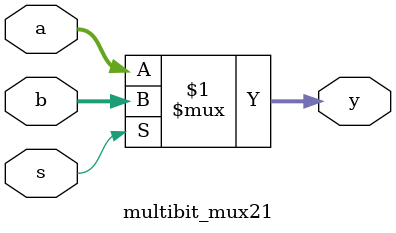
<source format=v>
`timescale 1ns / 1ps
module multibit_mux21(a,b,s,y);
input [3:0]a,b;
input s;
output [3:0]y;
assign y=s?b:a;
endmodule

</source>
